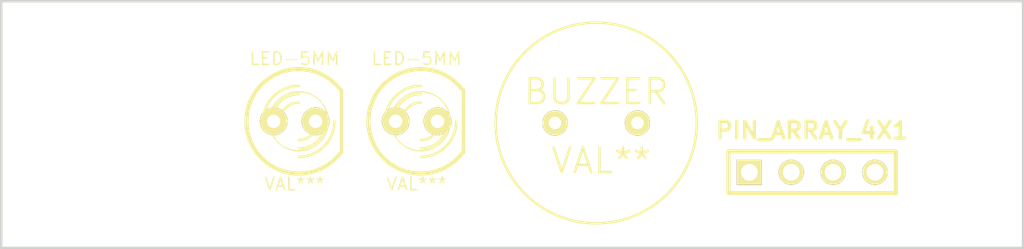
<source format=kicad_pcb>
(kicad_pcb (version 3) (host pcbnew "(2013-07-07 BZR 4022)-stable")

  (general
    (links 0)
    (no_connects 0)
    (area 0 0 0 0)
    (thickness 1.6)
    (drawings 4)
    (tracks 0)
    (zones 0)
    (modules 4)
    (nets 1)
  )

  (page A)
  (title_block 
    (title "RRGB Board")
    (rev 0.1)
    (company SBW)
    (comment 1 "To be used with Parallax serial RFID reader")
  )

  (layers
    (15 F.Cu signal)
    (0 B.Cu signal)
    (16 B.Adhes user)
    (17 F.Adhes user)
    (18 B.Paste user)
    (19 F.Paste user)
    (20 B.SilkS user)
    (21 F.SilkS user)
    (22 B.Mask user)
    (23 F.Mask user)
    (24 Dwgs.User user)
    (25 Cmts.User user)
    (26 Eco1.User user)
    (27 Eco2.User user)
    (28 Edge.Cuts user)
  )

  (setup
    (last_trace_width 0.254)
    (trace_clearance 0.254)
    (zone_clearance 0.508)
    (zone_45_only no)
    (trace_min 0.254)
    (segment_width 0.2)
    (edge_width 0.15)
    (via_size 0.889)
    (via_drill 0.635)
    (via_min_size 0.889)
    (via_min_drill 0.508)
    (uvia_size 0.508)
    (uvia_drill 0.127)
    (uvias_allowed no)
    (uvia_min_size 0.508)
    (uvia_min_drill 0.127)
    (pcb_text_width 0.3)
    (pcb_text_size 1.5 1.5)
    (mod_edge_width 0.15)
    (mod_text_size 1.5 1.5)
    (mod_text_width 0.15)
    (pad_size 1.524 1.524)
    (pad_drill 0.762)
    (pad_to_mask_clearance 0.2)
    (aux_axis_origin 72.7 73.5)
    (visible_elements FFFFFBBF)
    (pcbplotparams
      (layerselection 3178497)
      (usegerberextensions true)
      (excludeedgelayer true)
      (linewidth 0.100000)
      (plotframeref false)
      (viasonmask false)
      (mode 1)
      (useauxorigin false)
      (hpglpennumber 1)
      (hpglpenspeed 20)
      (hpglpendiameter 15)
      (hpglpenoverlay 2)
      (psnegative false)
      (psa4output false)
      (plotreference true)
      (plotvalue true)
      (plotothertext true)
      (plotinvisibletext false)
      (padsonsilk false)
      (subtractmaskfromsilk false)
      (outputformat 1)
      (mirror false)
      (drillshape 1)
      (scaleselection 1)
      (outputdirectory ""))
  )

  (net 0 "")

  (net_class Default "This is the default net class."
    (clearance 0.254)
    (trace_width 0.254)
    (via_dia 0.889)
    (via_drill 0.635)
    (uvia_dia 0.508)
    (uvia_drill 0.127)
    (add_net "")
  )

  (module BUZZER_SMALL (layer F.Cu) (tedit 5483498A) (tstamp 548753AF)
    (at 117.8 88.9)
    (fp_text reference BUZZER (at 0 -1.9) (layer F.SilkS)
      (effects (font (size 1.5 1.5) (thickness 0.15)))
    )
    (fp_text value VAL** (at 0.3 2.3) (layer F.SilkS)
      (effects (font (size 1.5 1.5) (thickness 0.15)))
    )
    (fp_circle (center 0 0) (end 6.1 0.1) (layer F.SilkS) (width 0.15))
    (pad 1 thru_hole circle (at -2.5 0) (size 1.524 1.524) (drill 0.762)
      (layers *.Cu *.Mask F.SilkS)
    )
    (pad 2 thru_hole circle (at 2.5 0) (size 1.524 1.524) (drill 0.762)
      (layers *.Cu *.Mask F.SilkS)
    )
  )

  (module LED-5MM-RED (layer F.Cu) (tedit 50ADE86B) (tstamp 548753C4)
    (at 106.9 88.8)
    (descr "LED 5mm - Lead pitch 100mil (2,54mm)")
    (tags "LED led 5mm 5MM 100mil 2,54mm")
    (fp_text reference LED-5MM (at 0 -3.81) (layer F.SilkS)
      (effects (font (size 0.762 0.762) (thickness 0.0889)))
    )
    (fp_text value VAL*** (at 0 3.81) (layer F.SilkS)
      (effects (font (size 0.762 0.762) (thickness 0.0889)))
    )
    (fp_line (start 2.8448 1.905) (end 2.8448 -1.905) (layer F.SilkS) (width 0.2032))
    (fp_circle (center 0.254 0) (end -1.016 1.27) (layer F.SilkS) (width 0.0762))
    (fp_arc (start 0.254 0) (end 2.794 1.905) (angle 286.2) (layer F.SilkS) (width 0.254))
    (fp_arc (start 0.254 0) (end -0.889 0) (angle 90) (layer F.SilkS) (width 0.1524))
    (fp_arc (start 0.254 0) (end 1.397 0) (angle 90) (layer F.SilkS) (width 0.1524))
    (fp_arc (start 0.254 0) (end -1.397 0) (angle 90) (layer F.SilkS) (width 0.1524))
    (fp_arc (start 0.254 0) (end 1.905 0) (angle 90) (layer F.SilkS) (width 0.1524))
    (fp_arc (start 0.254 0) (end -1.905 0) (angle 90) (layer F.SilkS) (width 0.1524))
    (fp_arc (start 0.254 0) (end 2.413 0) (angle 90) (layer F.SilkS) (width 0.1524))
    (pad 1 thru_hole circle (at -1.27 0) (size 1.6764 1.6764) (drill 0.8128)
      (layers *.Cu *.Mask F.SilkS)
    )
    (pad 2 thru_hole circle (at 1.27 0) (size 1.6764 1.6764) (drill 0.8128)
      (layers *.Cu *.Mask F.SilkS)
    )
    (model 3D_models/led5_vertical_red.wrl
      (at (xyz 0 0 0))
      (scale (xyz 1 1 1))
      (rotate (xyz 0 0 0))
    )
  )

  (module LED-5MM (layer F.Cu) (tedit 50ADE86B) (tstamp 548753E1)
    (at 99.5 88.8)
    (descr "LED 5mm - Lead pitch 100mil (2,54mm)")
    (tags "LED led 5mm 5MM 100mil 2,54mm")
    (fp_text reference LED-5MM (at 0 -3.81) (layer F.SilkS)
      (effects (font (size 0.762 0.762) (thickness 0.0889)))
    )
    (fp_text value VAL*** (at 0 3.81) (layer F.SilkS)
      (effects (font (size 0.762 0.762) (thickness 0.0889)))
    )
    (fp_line (start 2.8448 1.905) (end 2.8448 -1.905) (layer F.SilkS) (width 0.2032))
    (fp_circle (center 0.254 0) (end -1.016 1.27) (layer F.SilkS) (width 0.0762))
    (fp_arc (start 0.254 0) (end 2.794 1.905) (angle 286.2) (layer F.SilkS) (width 0.254))
    (fp_arc (start 0.254 0) (end -0.889 0) (angle 90) (layer F.SilkS) (width 0.1524))
    (fp_arc (start 0.254 0) (end 1.397 0) (angle 90) (layer F.SilkS) (width 0.1524))
    (fp_arc (start 0.254 0) (end -1.397 0) (angle 90) (layer F.SilkS) (width 0.1524))
    (fp_arc (start 0.254 0) (end 1.905 0) (angle 90) (layer F.SilkS) (width 0.1524))
    (fp_arc (start 0.254 0) (end -1.905 0) (angle 90) (layer F.SilkS) (width 0.1524))
    (fp_arc (start 0.254 0) (end 2.413 0) (angle 90) (layer F.SilkS) (width 0.1524))
    (pad 1 thru_hole circle (at -1.27 0) (size 1.6764 1.6764) (drill 0.8128)
      (layers *.Cu *.Mask F.SilkS)
    )
    (pad 2 thru_hole circle (at 1.27 0) (size 1.6764 1.6764) (drill 0.8128)
      (layers *.Cu *.Mask F.SilkS)
    )
    (model discret/leds/led5_vertical_verde.wrl
      (at (xyz 0 0 0))
      (scale (xyz 1 1 1))
      (rotate (xyz 0 0 0))
    )
  )

  (module PIN_ARRAY_4x1 (layer F.Cu) (tedit 4C10F42E) (tstamp 548753FB)
    (at 130.9 91.9)
    (descr "Double rangee de contacts 2 x 5 pins")
    (tags CONN)
    (fp_text reference PIN_ARRAY_4X1 (at 0 -2.54) (layer F.SilkS)
      (effects (font (size 1.016 1.016) (thickness 0.2032)))
    )
    (fp_text value Val** (at 0 2.54) (layer F.SilkS) hide
      (effects (font (size 1.016 1.016) (thickness 0.2032)))
    )
    (fp_line (start 5.08 1.27) (end -5.08 1.27) (layer F.SilkS) (width 0.254))
    (fp_line (start 5.08 -1.27) (end -5.08 -1.27) (layer F.SilkS) (width 0.254))
    (fp_line (start -5.08 -1.27) (end -5.08 1.27) (layer F.SilkS) (width 0.254))
    (fp_line (start 5.08 1.27) (end 5.08 -1.27) (layer F.SilkS) (width 0.254))
    (pad 1 thru_hole rect (at -3.81 0) (size 1.524 1.524) (drill 1.016)
      (layers *.Cu *.Mask F.SilkS)
    )
    (pad 2 thru_hole circle (at -1.27 0) (size 1.524 1.524) (drill 1.016)
      (layers *.Cu *.Mask F.SilkS)
    )
    (pad 3 thru_hole circle (at 1.27 0) (size 1.524 1.524) (drill 1.016)
      (layers *.Cu *.Mask F.SilkS)
    )
    (pad 4 thru_hole circle (at 3.81 0) (size 1.524 1.524) (drill 1.016)
      (layers *.Cu *.Mask F.SilkS)
    )
    (model pin_array\pins_array_4x1.wrl
      (at (xyz 0 0 0))
      (scale (xyz 1 1 1))
      (rotate (xyz 0 0 0))
    )
  )

  (gr_line (start 81.7 96.5) (end 81.7 81.5) (angle 90) (layer Edge.Cuts) (width 0.15))
  (gr_line (start 143.7 96.5) (end 81.7 96.5) (angle 90) (layer Edge.Cuts) (width 0.15))
  (gr_line (start 143.7 81.5) (end 143.7 96.5) (angle 90) (layer Edge.Cuts) (width 0.15))
  (gr_line (start 81.7 81.5) (end 143.7 81.5) (angle 90) (layer Edge.Cuts) (width 0.15))

)

</source>
